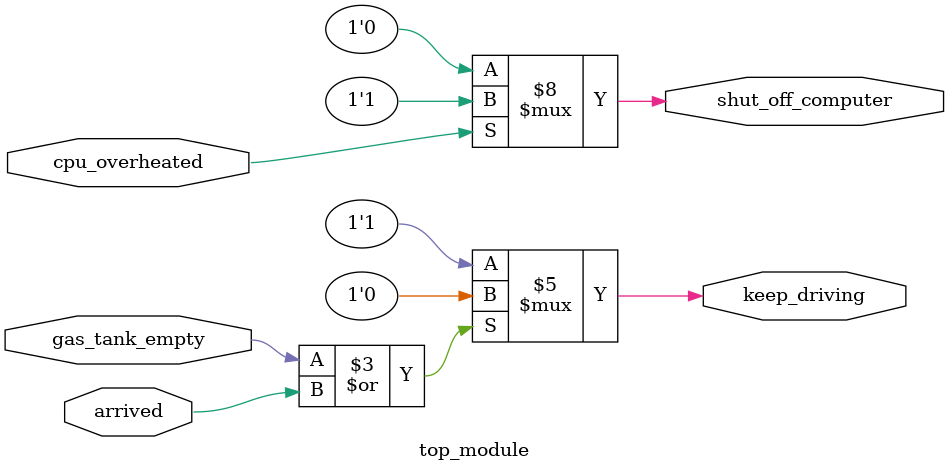
<source format=v>
module top_module (
    input      cpu_overheated,
    output reg shut_off_computer,
    input      arrived,
    input      gas_tank_empty,
    output reg keep_driving  ); //

    always @(*) begin
        if (cpu_overheated)
           shut_off_computer = 1;
        else 
            shut_off_computer=0;
    end

    always @(*) begin
        if(gas_tank_empty|arrived)
            keep_driving=0;
        else
            keep_driving=1;
    end

endmodule

</source>
